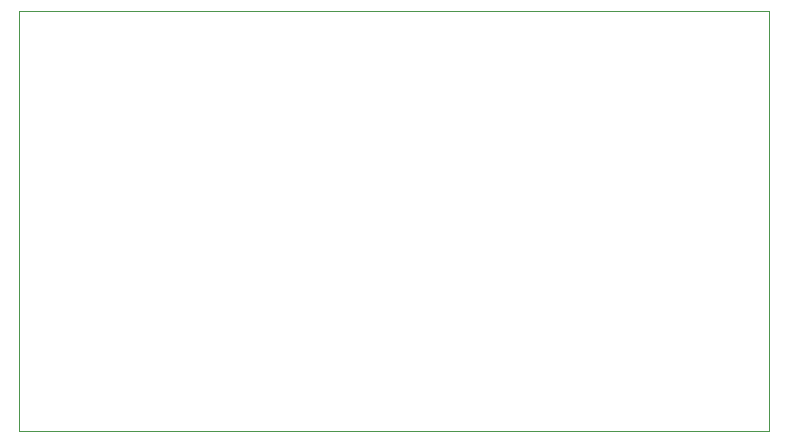
<source format=gbr>
%TF.GenerationSoftware,KiCad,Pcbnew,(6.0.10)*%
%TF.CreationDate,2023-02-17T09:20:17-08:00*%
%TF.ProjectId,Exercise I,45786572-6369-4736-9520-492e6b696361,rev?*%
%TF.SameCoordinates,Original*%
%TF.FileFunction,Profile,NP*%
%FSLAX46Y46*%
G04 Gerber Fmt 4.6, Leading zero omitted, Abs format (unit mm)*
G04 Created by KiCad (PCBNEW (6.0.10)) date 2023-02-17 09:20:17*
%MOMM*%
%LPD*%
G01*
G04 APERTURE LIST*
%TA.AperFunction,Profile*%
%ADD10C,0.100000*%
%TD*%
G04 APERTURE END LIST*
D10*
X101600000Y-71120000D02*
X165100000Y-71120000D01*
X165100000Y-71120000D02*
X165100000Y-106680000D01*
X165100000Y-106680000D02*
X101600000Y-106680000D01*
X101600000Y-106680000D02*
X101600000Y-71120000D01*
M02*

</source>
